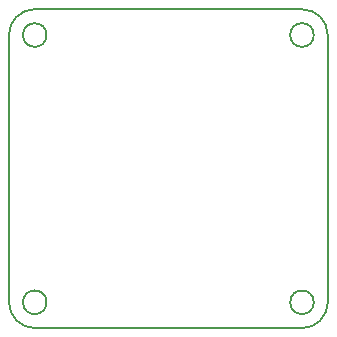
<source format=gm1>
G04 #@! TF.GenerationSoftware,KiCad,Pcbnew,(6.0.7-1)-1*
G04 #@! TF.CreationDate,2023-01-06T02:07:54-05:00*
G04 #@! TF.ProjectId,O32controller,4f333263-6f6e-4747-926f-6c6c65722e6b,rev?*
G04 #@! TF.SameCoordinates,Original*
G04 #@! TF.FileFunction,Profile,NP*
%FSLAX46Y46*%
G04 Gerber Fmt 4.6, Leading zero omitted, Abs format (unit mm)*
G04 Created by KiCad (PCBNEW (6.0.7-1)-1) date 2023-01-06 02:07:54*
%MOMM*%
%LPD*%
G01*
G04 APERTURE LIST*
G04 #@! TA.AperFunction,Profile*
%ADD10C,0.150000*%
G04 #@! TD*
G04 APERTURE END LIST*
D10*
X62314000Y-61314000D02*
G75*
G03*
X62314000Y-61314000I-1000000J0D01*
G01*
X38686000Y-36500000D02*
X61314000Y-36500000D01*
X36500000Y-61314000D02*
G75*
G03*
X38686000Y-63500000I2186000J0D01*
G01*
X38686000Y-36500000D02*
G75*
G03*
X36500000Y-38686000I0J-2186000D01*
G01*
X38686000Y-63500000D02*
X61314000Y-63500000D01*
X63500000Y-38686000D02*
X63500000Y-61314000D01*
X63500000Y-38686000D02*
G75*
G03*
X61314000Y-36500000I-2186000J0D01*
G01*
X39686000Y-61314000D02*
G75*
G03*
X39686000Y-61314000I-1000000J0D01*
G01*
X39686000Y-38686000D02*
G75*
G03*
X39686000Y-38686000I-1000000J0D01*
G01*
X61314000Y-63500000D02*
G75*
G03*
X63500000Y-61314000I0J2186000D01*
G01*
X62314000Y-38686000D02*
G75*
G03*
X62314000Y-38686000I-1000000J0D01*
G01*
X36500000Y-38686000D02*
X36500000Y-61314000D01*
M02*

</source>
